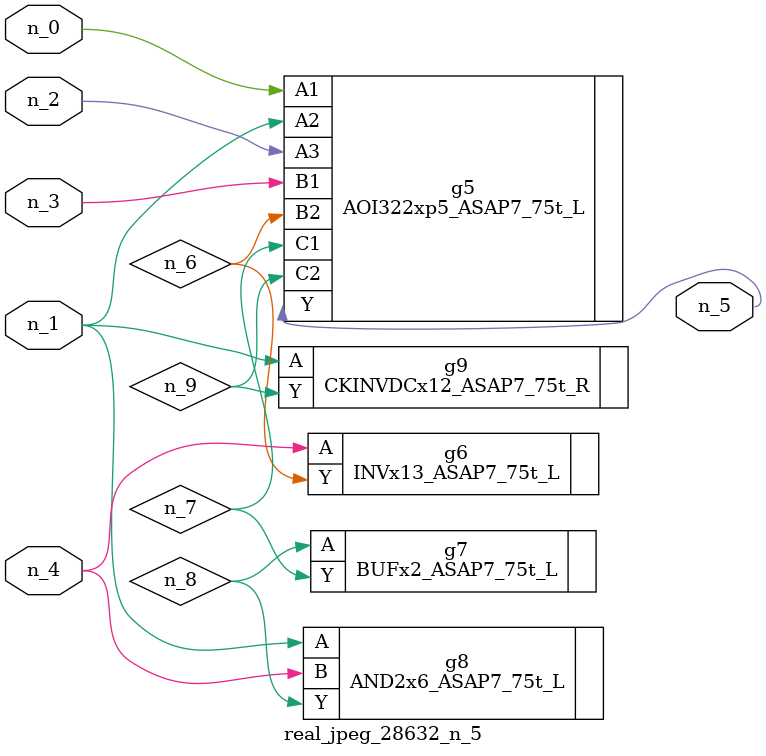
<source format=v>
module real_jpeg_28632_n_5 (n_4, n_0, n_1, n_2, n_3, n_5);

input n_4;
input n_0;
input n_1;
input n_2;
input n_3;

output n_5;

wire n_8;
wire n_6;
wire n_7;
wire n_9;

AOI322xp5_ASAP7_75t_L g5 ( 
.A1(n_0),
.A2(n_1),
.A3(n_2),
.B1(n_3),
.B2(n_6),
.C1(n_7),
.C2(n_9),
.Y(n_5)
);

AND2x6_ASAP7_75t_L g8 ( 
.A(n_1),
.B(n_4),
.Y(n_8)
);

CKINVDCx12_ASAP7_75t_R g9 ( 
.A(n_1),
.Y(n_9)
);

INVx13_ASAP7_75t_L g6 ( 
.A(n_4),
.Y(n_6)
);

BUFx2_ASAP7_75t_L g7 ( 
.A(n_8),
.Y(n_7)
);


endmodule
</source>
